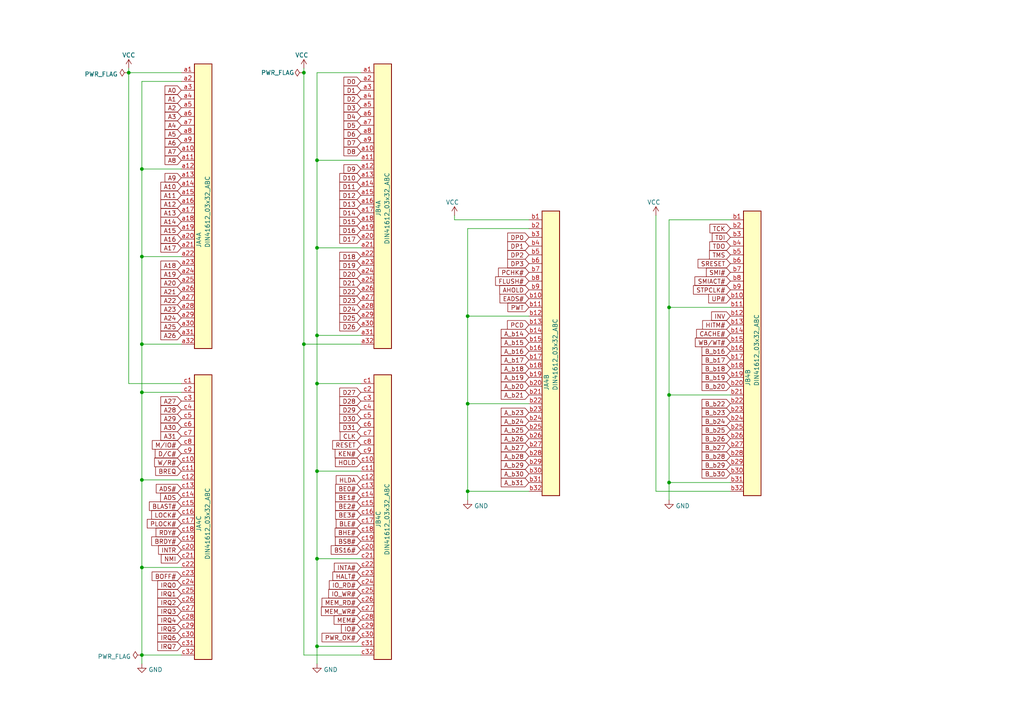
<source format=kicad_sch>
(kicad_sch (version 20211123) (generator eeschema)
  (paper "A4")
  (lib_symbols
    (symbol "Private Lib:DIN41612_03x32_ABC"
      (property "Reference" "U" (at 0 0 0))
      (property "Value" "DIN41612_03x32_ABC" (at 0 2.54 0))
      (symbol "DIN41612_03x32_ABC_0_1"
        (rectangle (start -2.54 -2.54) (end 2.54 -85.09) (stroke (width 0.254)) (fill (type background)))
      )
      (symbol "DIN41612_03x32_ABC_1_1"
        (pin passive line (at -6.35 -5.08 0) (length 3.81) (name "") (number "a1"))
        (pin passive line (at -6.35 -27.94 0) (length 3.81) (name "") (number "a10"))
        (pin passive line (at -6.35 -30.48 0) (length 3.81) (name "") (number "a11"))
        (pin passive line (at -6.35 -33.02 0) (length 3.81) (name "") (number "a12"))
        (pin passive line (at -6.35 -35.56 0) (length 3.81) (name "") (number "a13"))
        (pin passive line (at -6.35 -38.1 0) (length 3.81) (name "") (number "a14"))
        (pin passive line (at -6.35 -40.64 0) (length 3.81) (name "") (number "a15"))
        (pin passive line (at -6.35 -43.18 0) (length 3.81) (name "") (number "a16"))
        (pin passive line (at -6.35 -45.72 0) (length 3.81) (name "") (number "a17"))
        (pin passive line (at -6.35 -48.26 0) (length 3.81) (name "") (number "a18"))
        (pin passive line (at -6.35 -50.8 0) (length 3.81) (name "") (number "a19"))
        (pin passive line (at -6.35 -7.62 0) (length 3.81) (name "") (number "a2"))
        (pin passive line (at -6.35 -53.34 0) (length 3.81) (name "") (number "a20"))
        (pin passive line (at -6.35 -55.88 0) (length 3.81) (name "") (number "a21"))
        (pin passive line (at -6.35 -58.42 0) (length 3.81) (name "") (number "a22"))
        (pin passive line (at -6.35 -60.96 0) (length 3.81) (name "") (number "a23"))
        (pin passive line (at -6.35 -63.5 0) (length 3.81) (name "") (number "a24"))
        (pin passive line (at -6.35 -66.04 0) (length 3.81) (name "") (number "a25"))
        (pin passive line (at -6.35 -68.58 0) (length 3.81) (name "") (number "a26"))
        (pin passive line (at -6.35 -71.12 0) (length 3.81) (name "") (number "a27"))
        (pin passive line (at -6.35 -73.66 0) (length 3.81) (name "") (number "a28"))
        (pin passive line (at -6.35 -76.2 0) (length 3.81) (name "") (number "a29"))
        (pin passive line (at -6.35 -10.16 0) (length 3.81) (name "") (number "a3"))
        (pin passive line (at -6.35 -78.74 0) (length 3.81) (name "") (number "a30"))
        (pin passive line (at -6.35 -81.28 0) (length 3.81) (name "") (number "a31"))
        (pin passive line (at -6.35 -83.82 0) (length 3.81) (name "") (number "a32"))
        (pin passive line (at -6.35 -12.7 0) (length 3.81) (name "") (number "a4"))
        (pin passive line (at -6.35 -15.24 0) (length 3.81) (name "") (number "a5"))
        (pin passive line (at -6.35 -17.78 0) (length 3.81) (name "") (number "a6"))
        (pin passive line (at -6.35 -20.32 0) (length 3.81) (name "") (number "a7"))
        (pin passive line (at -6.35 -22.86 0) (length 3.81) (name "") (number "a8"))
        (pin passive line (at -6.35 -25.4 0) (length 3.81) (name "") (number "a9"))
      )
      (symbol "DIN41612_03x32_ABC_2_1"
        (pin passive line (at -6.35 -5.08 0) (length 3.81) (name "") (number "b1"))
        (pin passive line (at -6.35 -27.94 0) (length 3.81) (name "") (number "b10"))
        (pin passive line (at -6.35 -30.48 0) (length 3.81) (name "") (number "b11"))
        (pin passive line (at -6.35 -33.02 0) (length 3.81) (name "") (number "b12"))
        (pin passive line (at -6.35 -35.56 0) (length 3.81) (name "") (number "b13"))
        (pin passive line (at -6.35 -38.1 0) (length 3.81) (name "") (number "b14"))
        (pin passive line (at -6.35 -40.64 0) (length 3.81) (name "") (number "b15"))
        (pin passive line (at -6.35 -43.18 0) (length 3.81) (name "") (number "b16"))
        (pin passive line (at -6.35 -45.72 0) (length 3.81) (name "") (number "b17"))
        (pin passive line (at -6.35 -48.26 0) (length 3.81) (name "") (number "b18"))
        (pin passive line (at -6.35 -50.8 0) (length 3.81) (name "") (number "b19"))
        (pin passive line (at -6.35 -7.62 0) (length 3.81) (name "") (number "b2"))
        (pin passive line (at -6.35 -53.34 0) (length 3.81) (name "") (number "b20"))
        (pin passive line (at -6.35 -55.88 0) (length 3.81) (name "") (number "b21"))
        (pin passive line (at -6.35 -58.42 0) (length 3.81) (name "") (number "b22"))
        (pin passive line (at -6.35 -60.96 0) (length 3.81) (name "") (number "b23"))
        (pin passive line (at -6.35 -63.5 0) (length 3.81) (name "") (number "b24"))
        (pin passive line (at -6.35 -66.04 0) (length 3.81) (name "") (number "b25"))
        (pin passive line (at -6.35 -68.58 0) (length 3.81) (name "") (number "b26"))
        (pin passive line (at -6.35 -71.12 0) (length 3.81) (name "") (number "b27"))
        (pin passive line (at -6.35 -73.66 0) (length 3.81) (name "") (number "b28"))
        (pin passive line (at -6.35 -76.2 0) (length 3.81) (name "") (number "b29"))
        (pin passive line (at -6.35 -10.16 0) (length 3.81) (name "") (number "b3"))
        (pin passive line (at -6.35 -78.74 0) (length 3.81) (name "") (number "b30"))
        (pin passive line (at -6.35 -81.28 0) (length 3.81) (name "") (number "b31"))
        (pin passive line (at -6.35 -83.82 0) (length 3.81) (name "") (number "b32"))
        (pin passive line (at -6.35 -12.7 0) (length 3.81) (name "") (number "b4"))
        (pin passive line (at -6.35 -15.24 0) (length 3.81) (name "") (number "b5"))
        (pin passive line (at -6.35 -17.78 0) (length 3.81) (name "") (number "b6"))
        (pin passive line (at -6.35 -20.32 0) (length 3.81) (name "") (number "b7"))
        (pin passive line (at -6.35 -22.86 0) (length 3.81) (name "") (number "b8"))
        (pin passive line (at -6.35 -25.4 0) (length 3.81) (name "") (number "b9"))
      )
      (symbol "DIN41612_03x32_ABC_3_1"
        (pin passive line (at -6.35 -5.08 0) (length 3.81) (name "") (number "c1"))
        (pin passive line (at -6.35 -27.94 0) (length 3.81) (name "") (number "c10"))
        (pin passive line (at -6.35 -30.48 0) (length 3.81) (name "") (number "c11"))
        (pin passive line (at -6.35 -33.02 0) (length 3.81) (name "") (number "c12"))
        (pin passive line (at -6.35 -35.56 0) (length 3.81) (name "") (number "c13"))
        (pin passive line (at -6.35 -38.1 0) (length 3.81) (name "") (number "c14"))
        (pin passive line (at -6.35 -40.64 0) (length 3.81) (name "") (number "c15"))
        (pin passive line (at -6.35 -43.18 0) (length 3.81) (name "") (number "c16"))
        (pin passive line (at -6.35 -45.72 0) (length 3.81) (name "") (number "c17"))
        (pin passive line (at -6.35 -48.26 0) (length 3.81) (name "") (number "c18"))
        (pin passive line (at -6.35 -50.8 0) (length 3.81) (name "") (number "c19"))
        (pin passive line (at -6.35 -7.62 0) (length 3.81) (name "") (number "c2"))
        (pin passive line (at -6.35 -53.34 0) (length 3.81) (name "") (number "c20"))
        (pin passive line (at -6.35 -55.88 0) (length 3.81) (name "") (number "c21"))
        (pin passive line (at -6.35 -58.42 0) (length 3.81) (name "") (number "c22"))
        (pin passive line (at -6.35 -60.96 0) (length 3.81) (name "") (number "c23"))
        (pin passive line (at -6.35 -63.5 0) (length 3.81) (name "") (number "c24"))
        (pin passive line (at -6.35 -66.04 0) (length 3.81) (name "") (number "c25"))
        (pin passive line (at -6.35 -68.58 0) (length 3.81) (name "") (number "c26"))
        (pin passive line (at -6.35 -71.12 0) (length 3.81) (name "") (number "c27"))
        (pin passive line (at -6.35 -73.66 0) (length 3.81) (name "") (number "c28"))
        (pin passive line (at -6.35 -76.2 0) (length 3.81) (name "") (number "c29"))
        (pin passive line (at -6.35 -10.16 0) (length 3.81) (name "") (number "c3"))
        (pin passive line (at -6.35 -78.74 0) (length 3.81) (name "") (number "c30"))
        (pin passive line (at -6.35 -81.28 0) (length 3.81) (name "") (number "c31"))
        (pin passive line (at -6.35 -83.82 0) (length 3.81) (name "") (number "c32"))
        (pin passive line (at -6.35 -12.7 0) (length 3.81) (name "") (number "c4"))
        (pin passive line (at -6.35 -15.24 0) (length 3.81) (name "") (number "c5"))
        (pin passive line (at -6.35 -17.78 0) (length 3.81) (name "") (number "c6"))
        (pin passive line (at -6.35 -20.32 0) (length 3.81) (name "") (number "c7"))
        (pin passive line (at -6.35 -22.86 0) (length 3.81) (name "") (number "c8"))
        (pin passive line (at -6.35 -25.4 0) (length 3.81) (name "") (number "c9"))
      )
    )
    (symbol "power:GND" (power) (pin_names (offset 0))
      (property "Value" "GND" (at 0 -3.81 0))
      (symbol "GND_0_1"
        (polyline (pts (xy 0 0) (xy 0 -1.27) (xy 1.27 -1.27) (xy 0 -2.54) (xy -1.27 -1.27) (xy 0 -1.27)))
      )
      (symbol "GND_1_1"
        (pin power_in line (at 0 0 270) (length 0) hide (name "GND") (number "1"))
      )
    )
    (symbol "power:PWR_FLAG" (power) (pin_numbers hide) (pin_names (offset 0) hide)
      (property "Value" "PWR_FLAG" (at 0 3.81 0))
      (symbol "PWR_FLAG_0_0"
        (pin power_out line (at 0 0 90) (length 0) (name "pwr") (number "1"))
      )
      (symbol "PWR_FLAG_0_1"
        (polyline (pts (xy 0 0) (xy 0 1.27) (xy -1.016 1.905) (xy 0 2.54) (xy 1.016 1.905) (xy 0 1.27)))
      )
    )
    (symbol "power:VCC" (power) (pin_names (offset 0))
      (property "Value" "VCC" (at 0 3.81 0))
      (symbol "VCC_0_1"
        (polyline (pts (xy -0.762 1.27) (xy 0 2.54)))
        (polyline (pts (xy 0 0) (xy 0 2.54)))
        (polyline (pts (xy 0 2.54) (xy 0.762 1.27)))
      )
      (symbol "VCC_1_1"
        (pin power_in line (at 0 0 90) (length 0) hide (name "VCC") (number "1"))
      )
    )
  )
  (junction (at 41.148 113.792))
  (junction (at 135.636 142.494))
  (junction (at 194.056 114.554))
  (junction (at 91.948 162.052))
  (junction (at 194.056 139.954))
  (junction (at 41.148 99.822))
  (junction (at 88.138 99.822))
  (junction (at 41.148 74.422))
  (junction (at 88.138 21.082))
  (junction (at 91.948 46.482))
  (junction (at 135.636 117.094))
  (junction (at 135.636 91.694))
  (junction (at 41.148 139.192))
  (junction (at 41.148 189.992))
  (junction (at 37.338 21.082))
  (junction (at 91.948 111.252))
  (junction (at 194.056 89.154))
  (junction (at 41.148 49.022))
  (junction (at 91.948 97.282))
  (junction (at 91.948 187.452))
  (junction (at 41.148 164.592))
  (junction (at 91.948 71.882))
  (junction (at 91.948 136.652))
  (wire (pts (xy 37.338 21.082) (xy 37.338 111.252)))
  (wire (pts (xy 88.138 99.822) (xy 88.138 189.992)))
  (wire (pts (xy 41.148 23.622) (xy 41.148 49.022)))
  (wire (pts (xy 41.148 113.792) (xy 41.148 139.192)))
  (wire (pts (xy 153.416 66.294) (xy 135.636 66.294)))
  (wire (pts (xy 91.948 187.452) (xy 104.648 187.452)))
  (wire (pts (xy 211.836 114.554) (xy 194.056 114.554)))
  (wire (pts (xy 41.148 139.192) (xy 41.148 164.592)))
  (wire (pts (xy 131.826 62.484) (xy 131.826 63.754)))
  (wire (pts (xy 194.056 114.554) (xy 194.056 139.954)))
  (wire (pts (xy 41.148 192.532) (xy 41.148 189.992)))
  (wire (pts (xy 104.648 21.082) (xy 91.948 21.082)))
  (wire (pts (xy 41.148 113.792) (xy 52.578 113.792)))
  (wire (pts (xy 41.148 164.592) (xy 41.148 189.992)))
  (wire (pts (xy 41.148 189.992) (xy 52.578 189.992)))
  (wire (pts (xy 153.416 142.494) (xy 135.636 142.494)))
  (wire (pts (xy 88.138 189.992) (xy 104.648 189.992)))
  (wire (pts (xy 135.636 145.034) (xy 135.636 142.494)))
  (wire (pts (xy 211.836 63.754) (xy 194.056 63.754)))
  (wire (pts (xy 41.148 164.592) (xy 52.578 164.592)))
  (wire (pts (xy 135.636 91.694) (xy 153.416 91.694)))
  (wire (pts (xy 91.948 136.652) (xy 91.948 162.052)))
  (wire (pts (xy 41.148 139.192) (xy 52.578 139.192)))
  (wire (pts (xy 41.148 99.822) (xy 52.578 99.822)))
  (wire (pts (xy 190.246 62.484) (xy 190.246 142.494)))
  (wire (pts (xy 37.338 111.252) (xy 52.578 111.252)))
  (wire (pts (xy 91.948 97.282) (xy 91.948 111.252)))
  (wire (pts (xy 91.948 97.282) (xy 104.648 97.282)))
  (wire (pts (xy 194.056 63.754) (xy 194.056 89.154)))
  (wire (pts (xy 91.948 111.252) (xy 91.948 136.652)))
  (wire (pts (xy 194.056 139.954) (xy 194.056 145.034)))
  (wire (pts (xy 135.636 117.094) (xy 135.636 142.494)))
  (wire (pts (xy 91.948 46.482) (xy 104.648 46.482)))
  (wire (pts (xy 37.338 19.812) (xy 37.338 21.082)))
  (wire (pts (xy 91.948 111.252) (xy 104.648 111.252)))
  (wire (pts (xy 41.148 99.822) (xy 41.148 113.792)))
  (wire (pts (xy 52.578 23.622) (xy 41.148 23.622)))
  (wire (pts (xy 91.948 46.482) (xy 91.948 71.882)))
  (wire (pts (xy 91.948 71.882) (xy 104.648 71.882)))
  (wire (pts (xy 91.948 136.652) (xy 104.648 136.652)))
  (wire (pts (xy 91.948 162.052) (xy 104.648 162.052)))
  (wire (pts (xy 91.948 162.052) (xy 91.948 187.452)))
  (wire (pts (xy 41.148 74.422) (xy 52.578 74.422)))
  (wire (pts (xy 194.056 89.154) (xy 211.836 89.154)))
  (wire (pts (xy 194.056 89.154) (xy 194.056 114.554)))
  (wire (pts (xy 135.636 91.694) (xy 135.636 117.094)))
  (wire (pts (xy 91.948 71.882) (xy 91.948 97.282)))
  (wire (pts (xy 211.836 142.494) (xy 190.246 142.494)))
  (wire (pts (xy 41.148 74.422) (xy 41.148 99.822)))
  (wire (pts (xy 131.826 63.754) (xy 153.416 63.754)))
  (wire (pts (xy 88.138 19.812) (xy 88.138 21.082)))
  (wire (pts (xy 135.636 66.294) (xy 135.636 91.694)))
  (wire (pts (xy 91.948 187.452) (xy 91.948 192.532)))
  (wire (pts (xy 211.836 139.954) (xy 194.056 139.954)))
  (wire (pts (xy 153.416 117.094) (xy 135.636 117.094)))
  (wire (pts (xy 88.138 21.082) (xy 88.138 99.822)))
  (wire (pts (xy 37.338 21.082) (xy 52.578 21.082)))
  (wire (pts (xy 41.148 49.022) (xy 41.148 74.422)))
  (wire (pts (xy 91.948 21.082) (xy 91.948 46.482)))
  (wire (pts (xy 88.138 99.822) (xy 104.648 99.822)))
  (wire (pts (xy 41.148 49.022) (xy 52.578 49.022)))
  (global_label "A_b24" (shape input) (at 153.416 122.174 180) (property "Intersheet References" "${INTERSHEET_REFS}" (effects hide)))
  (global_label "A27" (shape input) (at 52.578 116.332 180) (property "Intersheet References" "${INTERSHEET_REFS}" (effects hide)))
  (global_label "B_b23" (shape input) (at 211.836 119.634 180) (property "Intersheet References" "${INTERSHEET_REFS}" (effects hide)))
  (global_label "BE1#" (shape input) (at 104.648 144.272 180) (property "Intersheet References" "${INTERSHEET_REFS}" (effects hide)))
  (global_label "DP2" (shape input) (at 153.416 73.914 180) (property "Intersheet References" "${INTERSHEET_REFS}" (effects hide)))
  (global_label "BREQ" (shape input) (at 52.578 136.652 180) (property "Intersheet References" "${INTERSHEET_REFS}" (effects hide)))
  (global_label "A_b18" (shape input) (at 153.416 106.934 180) (property "Intersheet References" "${INTERSHEET_REFS}" (effects hide)))
  (global_label "HITM#" (shape input) (at 211.836 94.234 180) (property "Intersheet References" "${INTERSHEET_REFS}" (effects hide)))
  (global_label "BRDY#" (shape input) (at 52.578 156.972 180) (property "Intersheet References" "${INTERSHEET_REFS}" (effects hide)))
  (global_label "D23" (shape input) (at 104.648 87.122 180) (property "Intersheet References" "${INTERSHEET_REFS}" (effects hide)))
  (global_label "IRQ4" (shape input) (at 52.578 179.832 180) (property "Intersheet References" "${INTERSHEET_REFS}" (effects hide)))
  (global_label "RESET" (shape input) (at 104.648 129.032 180) (property "Intersheet References" "${INTERSHEET_REFS}" (effects hide)))
  (global_label "A_b26" (shape input) (at 153.416 127.254 180) (property "Intersheet References" "${INTERSHEET_REFS}" (effects hide)))
  (global_label "A22" (shape input) (at 52.578 87.122 180) (property "Intersheet References" "${INTERSHEET_REFS}" (effects hide)))
  (global_label "IRQ1" (shape input) (at 52.578 172.212 180) (property "Intersheet References" "${INTERSHEET_REFS}" (effects hide)))
  (global_label "MEM_WR#" (shape input) (at 104.648 177.292 180) (property "Intersheet References" "${INTERSHEET_REFS}" (effects hide)))
  (global_label "BHE#" (shape input) (at 104.648 154.432 180) (property "Intersheet References" "${INTERSHEET_REFS}" (effects hide)))
  (global_label "D10" (shape input) (at 104.648 51.562 180) (property "Intersheet References" "${INTERSHEET_REFS}" (effects hide)))
  (global_label "D2" (shape input) (at 104.648 28.702 180) (property "Intersheet References" "${INTERSHEET_REFS}" (effects hide)))
  (global_label "D{slash}C#" (shape input) (at 52.578 131.572 180) (property "Intersheet References" "${INTERSHEET_REFS}" (effects hide)))
  (global_label "NMI" (shape input) (at 52.578 162.052 180) (property "Intersheet References" "${INTERSHEET_REFS}" (effects hide)))
  (global_label "MEM_RD#" (shape input) (at 104.648 174.752 180) (property "Intersheet References" "${INTERSHEET_REFS}" (effects hide)))
  (global_label "A12" (shape input) (at 52.578 59.182 180) (property "Intersheet References" "${INTERSHEET_REFS}" (effects hide)))
  (global_label "TMS" (shape input) (at 211.836 73.914 180) (property "Intersheet References" "${INTERSHEET_REFS}" (effects hide)))
  (global_label "D0" (shape input) (at 104.648 23.622 180) (property "Intersheet References" "${INTERSHEET_REFS}" (effects hide)))
  (global_label "D15" (shape input) (at 104.648 64.262 180) (property "Intersheet References" "${INTERSHEET_REFS}" (effects hide)))
  (global_label "PCHK#" (shape input) (at 153.416 78.994 180) (property "Intersheet References" "${INTERSHEET_REFS}" (effects hide)))
  (global_label "A_b17" (shape input) (at 153.416 104.394 180) (property "Intersheet References" "${INTERSHEET_REFS}" (effects hide)))
  (global_label "D18" (shape input) (at 104.648 74.422 180) (property "Intersheet References" "${INTERSHEET_REFS}" (effects hide)))
  (global_label "A24" (shape input) (at 52.578 92.202 180) (property "Intersheet References" "${INTERSHEET_REFS}" (effects hide)))
  (global_label "A10" (shape input) (at 52.578 54.102 180) (property "Intersheet References" "${INTERSHEET_REFS}" (effects hide)))
  (global_label "A_b20" (shape input) (at 153.416 112.014 180) (property "Intersheet References" "${INTERSHEET_REFS}" (effects hide)))
  (global_label "D7" (shape input) (at 104.648 41.402 180) (property "Intersheet References" "${INTERSHEET_REFS}" (effects hide)))
  (global_label "D6" (shape input) (at 104.648 38.862 180) (property "Intersheet References" "${INTERSHEET_REFS}" (effects hide)))
  (global_label "IRQ3" (shape input) (at 52.578 177.292 180) (property "Intersheet References" "${INTERSHEET_REFS}" (effects hide)))
  (global_label "UP#" (shape input) (at 211.836 86.614 180) (property "Intersheet References" "${INTERSHEET_REFS}" (effects hide)))
  (global_label "A28" (shape input) (at 52.578 118.872 180) (property "Intersheet References" "${INTERSHEET_REFS}" (effects hide)))
  (global_label "A29" (shape input) (at 52.578 121.412 180) (property "Intersheet References" "${INTERSHEET_REFS}" (effects hide)))
  (global_label "MEM#" (shape input) (at 104.648 179.832 180) (property "Intersheet References" "${INTERSHEET_REFS}" (effects hide)))
  (global_label "A7" (shape input) (at 52.578 43.942 180) (property "Intersheet References" "${INTERSHEET_REFS}" (effects hide)))
  (global_label "D20" (shape input) (at 104.648 79.502 180) (property "Intersheet References" "${INTERSHEET_REFS}" (effects hide)))
  (global_label "A2" (shape input) (at 52.578 31.242 180) (property "Intersheet References" "${INTERSHEET_REFS}" (effects hide)))
  (global_label "A13" (shape input) (at 52.578 61.722 180) (property "Intersheet References" "${INTERSHEET_REFS}" (effects hide)))
  (global_label "D21" (shape input) (at 104.648 82.042 180) (property "Intersheet References" "${INTERSHEET_REFS}" (effects hide)))
  (global_label "CACHE#" (shape input) (at 211.836 96.774 180) (property "Intersheet References" "${INTERSHEET_REFS}" (effects hide)))
  (global_label "A1" (shape input) (at 52.578 28.702 180) (property "Intersheet References" "${INTERSHEET_REFS}" (effects hide)))
  (global_label "DP0" (shape input) (at 153.416 68.834 180) (property "Intersheet References" "${INTERSHEET_REFS}" (effects hide)))
  (global_label "BE0#" (shape input) (at 104.648 141.732 180) (property "Intersheet References" "${INTERSHEET_REFS}" (effects hide)))
  (global_label "B_b18" (shape input) (at 211.836 106.934 180) (property "Intersheet References" "${INTERSHEET_REFS}" (effects hide)))
  (global_label "A19" (shape input) (at 52.578 79.502 180) (property "Intersheet References" "${INTERSHEET_REFS}" (effects hide)))
  (global_label "A11" (shape input) (at 52.578 56.642 180) (property "Intersheet References" "${INTERSHEET_REFS}" (effects hide)))
  (global_label "A26" (shape input) (at 52.578 97.282 180) (property "Intersheet References" "${INTERSHEET_REFS}" (effects hide)))
  (global_label "A9" (shape input) (at 52.578 51.562 180) (property "Intersheet References" "${INTERSHEET_REFS}" (effects hide)))
  (global_label "A_b14" (shape input) (at 153.416 96.774 180) (property "Intersheet References" "${INTERSHEET_REFS}" (effects hide)))
  (global_label "A15" (shape input) (at 52.578 66.802 180) (property "Intersheet References" "${INTERSHEET_REFS}" (effects hide)))
  (global_label "BS8#" (shape input) (at 104.648 156.972 180) (property "Intersheet References" "${INTERSHEET_REFS}" (effects hide)))
  (global_label "BE2#" (shape input) (at 104.648 146.812 180) (property "Intersheet References" "${INTERSHEET_REFS}" (effects hide)))
  (global_label "B_b20" (shape input) (at 211.836 112.014 180) (property "Intersheet References" "${INTERSHEET_REFS}" (effects hide)))
  (global_label "D24" (shape input) (at 104.648 89.662 180) (property "Intersheet References" "${INTERSHEET_REFS}" (effects hide)))
  (global_label "HOLD" (shape input) (at 104.648 134.112 180) (property "Intersheet References" "${INTERSHEET_REFS}" (effects hide)))
  (global_label "IRQ7" (shape input) (at 52.578 187.452 180) (property "Intersheet References" "${INTERSHEET_REFS}" (effects hide)))
  (global_label "A5" (shape input) (at 52.578 38.862 180) (property "Intersheet References" "${INTERSHEET_REFS}" (effects hide)))
  (global_label "INV" (shape input) (at 211.836 91.694 180) (property "Intersheet References" "${INTERSHEET_REFS}" (effects hide)))
  (global_label "B_b19" (shape input) (at 211.836 109.474 180) (property "Intersheet References" "${INTERSHEET_REFS}" (effects hide)))
  (global_label "D1" (shape input) (at 104.648 26.162 180) (property "Intersheet References" "${INTERSHEET_REFS}" (effects hide)))
  (global_label "A20" (shape input) (at 52.578 82.042 180) (property "Intersheet References" "${INTERSHEET_REFS}" (effects hide)))
  (global_label "HLDA" (shape input) (at 104.648 139.192 180) (property "Intersheet References" "${INTERSHEET_REFS}" (effects hide)))
  (global_label "RDY#" (shape input) (at 52.578 154.432 180) (property "Intersheet References" "${INTERSHEET_REFS}" (effects hide)))
  (global_label "D31" (shape input) (at 104.648 123.952 180) (property "Intersheet References" "${INTERSHEET_REFS}" (effects hide)))
  (global_label "SRESET" (shape input) (at 211.836 76.454 180) (property "Intersheet References" "${INTERSHEET_REFS}" (effects hide)))
  (global_label "B_b30" (shape input) (at 211.836 137.414 180) (property "Intersheet References" "${INTERSHEET_REFS}" (effects hide)))
  (global_label "A25" (shape input) (at 52.578 94.742 180) (property "Intersheet References" "${INTERSHEET_REFS}" (effects hide)))
  (global_label "PWR_OK#" (shape input) (at 104.648 184.912 180) (property "Intersheet References" "${INTERSHEET_REFS}" (effects hide)))
  (global_label "B_b27" (shape input) (at 211.836 129.794 180) (property "Intersheet References" "${INTERSHEET_REFS}" (effects hide)))
  (global_label "FLUSH#" (shape input) (at 153.416 81.534 180) (property "Intersheet References" "${INTERSHEET_REFS}" (effects hide)))
  (global_label "TCK" (shape input) (at 211.836 66.294 180) (property "Intersheet References" "${INTERSHEET_REFS}" (effects hide)))
  (global_label "A14" (shape input) (at 52.578 64.262 180) (property "Intersheet References" "${INTERSHEET_REFS}" (effects hide)))
  (global_label "A_b19" (shape input) (at 153.416 109.474 180) (property "Intersheet References" "${INTERSHEET_REFS}" (effects hide)))
  (global_label "D30" (shape input) (at 104.648 121.412 180) (property "Intersheet References" "${INTERSHEET_REFS}" (effects hide)))
  (global_label "B_b22" (shape input) (at 211.836 117.094 180) (property "Intersheet References" "${INTERSHEET_REFS}" (effects hide)))
  (global_label "D16" (shape input) (at 104.648 66.802 180) (property "Intersheet References" "${INTERSHEET_REFS}" (effects hide)))
  (global_label "D22" (shape input) (at 104.648 84.582 180) (property "Intersheet References" "${INTERSHEET_REFS}" (effects hide)))
  (global_label "IRQ0" (shape input) (at 52.578 169.672 180) (property "Intersheet References" "${INTERSHEET_REFS}" (effects hide)))
  (global_label "BLAST#" (shape input) (at 52.578 146.812 180) (property "Intersheet References" "${INTERSHEET_REFS}" (effects hide)))
  (global_label "BLE#" (shape input) (at 104.648 151.892 180) (property "Intersheet References" "${INTERSHEET_REFS}" (effects hide)))
  (global_label "AHOLD" (shape input) (at 153.416 84.074 180) (property "Intersheet References" "${INTERSHEET_REFS}" (effects hide)))
  (global_label "BE3#" (shape input) (at 104.648 149.352 180) (property "Intersheet References" "${INTERSHEET_REFS}" (effects hide)))
  (global_label "D27" (shape input) (at 104.648 113.792 180) (property "Intersheet References" "${INTERSHEET_REFS}" (effects hide)))
  (global_label "A_b15" (shape input) (at 153.416 99.314 180) (property "Intersheet References" "${INTERSHEET_REFS}" (effects hide)))
  (global_label "B_b24" (shape input) (at 211.836 122.174 180) (property "Intersheet References" "${INTERSHEET_REFS}" (effects hide)))
  (global_label "B_b16" (shape input) (at 211.836 101.854 180) (property "Intersheet References" "${INTERSHEET_REFS}" (effects hide)))
  (global_label "INTA#" (shape input) (at 104.648 164.592 180) (property "Intersheet References" "${INTERSHEET_REFS}" (effects hide)))
  (global_label "B_b25" (shape input) (at 211.836 124.714 180) (property "Intersheet References" "${INTERSHEET_REFS}" (effects hide)))
  (global_label "B_b26" (shape input) (at 211.836 127.254 180) (property "Intersheet References" "${INTERSHEET_REFS}" (effects hide)))
  (global_label "A21" (shape input) (at 52.578 84.582 180) (property "Intersheet References" "${INTERSHEET_REFS}" (effects hide)))
  (global_label "STPCLK#" (shape input) (at 211.836 84.074 180) (property "Intersheet References" "${INTERSHEET_REFS}" (effects hide)))
  (global_label "A_b27" (shape input) (at 153.416 129.794 180) (property "Intersheet References" "${INTERSHEET_REFS}" (effects hide)))
  (global_label "M{slash}IO#" (shape input) (at 52.578 129.032 180) (property "Intersheet References" "${INTERSHEET_REFS}" (effects hide)))
  (global_label "W{slash}R#" (shape input) (at 52.578 134.112 180) (property "Intersheet References" "${INTERSHEET_REFS}" (effects hide)))
  (global_label "A18" (shape input) (at 52.578 76.962 180) (property "Intersheet References" "${INTERSHEET_REFS}" (effects hide)))
  (global_label "SMI#" (shape input) (at 211.836 78.994 180) (property "Intersheet References" "${INTERSHEET_REFS}" (effects hide)))
  (global_label "BS16#" (shape input) (at 104.648 159.512 180) (property "Intersheet References" "${INTERSHEET_REFS}" (effects hide)))
  (global_label "B_b28" (shape input) (at 211.836 132.334 180) (property "Intersheet References" "${INTERSHEET_REFS}" (effects hide)))
  (global_label "D28" (shape input) (at 104.648 116.332 180) (property "Intersheet References" "${INTERSHEET_REFS}" (effects hide)))
  (global_label "KEN#" (shape input) (at 104.648 131.572 180) (property "Intersheet References" "${INTERSHEET_REFS}" (effects hide)))
  (global_label "A31" (shape input) (at 52.578 126.492 180) (property "Intersheet References" "${INTERSHEET_REFS}" (effects hide)))
  (global_label "A_b21" (shape input) (at 153.416 114.554 180) (property "Intersheet References" "${INTERSHEET_REFS}" (effects hide)))
  (global_label "IO_RD#" (shape input) (at 104.648 169.672 180) (property "Intersheet References" "${INTERSHEET_REFS}" (effects hide)))
  (global_label "CLK" (shape input) (at 104.648 126.492 180) (property "Intersheet References" "${INTERSHEET_REFS}" (effects hide)))
  (global_label "INTR" (shape input) (at 52.578 159.512 180) (property "Intersheet References" "${INTERSHEET_REFS}" (effects hide)))
  (global_label "A4" (shape input) (at 52.578 36.322 180) (property "Intersheet References" "${INTERSHEET_REFS}" (effects hide)))
  (global_label "PLOCK#" (shape input) (at 52.578 151.892 180) (property "Intersheet References" "${INTERSHEET_REFS}" (effects hide)))
  (global_label "B_b17" (shape input) (at 211.836 104.394 180) (property "Intersheet References" "${INTERSHEET_REFS}" (effects hide)))
  (global_label "DP1" (shape input) (at 153.416 71.374 180) (property "Intersheet References" "${INTERSHEET_REFS}" (effects hide)))
  (global_label "A8" (shape input) (at 52.578 46.482 180) (property "Intersheet References" "${INTERSHEET_REFS}" (effects hide)))
  (global_label "PCD" (shape input) (at 153.416 94.234 180) (property "Intersheet References" "${INTERSHEET_REFS}" (effects hide)))
  (global_label "A_b31" (shape input) (at 153.416 139.954 180) (property "Intersheet References" "${INTERSHEET_REFS}" (effects hide)))
  (global_label "D29" (shape input) (at 104.648 118.872 180) (property "Intersheet References" "${INTERSHEET_REFS}" (effects hide)))
  (global_label "A23" (shape input) (at 52.578 89.662 180) (property "Intersheet References" "${INTERSHEET_REFS}" (effects hide)))
  (global_label "LOCK#" (shape input) (at 52.578 149.352 180) (property "Intersheet References" "${INTERSHEET_REFS}" (effects hide)))
  (global_label "D11" (shape input) (at 104.648 54.102 180) (property "Intersheet References" "${INTERSHEET_REFS}" (effects hide)))
  (global_label "PWT" (shape input) (at 153.416 89.154 180) (property "Intersheet References" "${INTERSHEET_REFS}" (effects hide)))
  (global_label "A16" (shape input) (at 52.578 69.342 180) (property "Intersheet References" "${INTERSHEET_REFS}" (effects hide)))
  (global_label "D25" (shape input) (at 104.648 92.202 180) (property "Intersheet References" "${INTERSHEET_REFS}" (effects hide)))
  (global_label "IO#" (shape input) (at 104.648 182.372 180) (property "Intersheet References" "${INTERSHEET_REFS}" (effects hide)))
  (global_label "D17" (shape input) (at 104.648 69.342 180) (property "Intersheet References" "${INTERSHEET_REFS}" (effects hide)))
  (global_label "ADS#" (shape input) (at 52.578 141.732 180) (property "Intersheet References" "${INTERSHEET_REFS}" (effects hide)))
  (global_label "IO_WR#" (shape input) (at 104.648 172.212 180) (property "Intersheet References" "${INTERSHEET_REFS}" (effects hide)))
  (global_label "IRQ6" (shape input) (at 52.578 184.912 180) (property "Intersheet References" "${INTERSHEET_REFS}" (effects hide)))
  (global_label "A_b30" (shape input) (at 153.416 137.414 180) (property "Intersheet References" "${INTERSHEET_REFS}" (effects hide)))
  (global_label "D13" (shape input) (at 104.648 59.182 180) (property "Intersheet References" "${INTERSHEET_REFS}" (effects hide)))
  (global_label "D26" (shape input) (at 104.648 94.742 180) (property "Intersheet References" "${INTERSHEET_REFS}" (effects hide)))
  (global_label "BOFF#" (shape input) (at 52.578 167.132 180) (property "Intersheet References" "${INTERSHEET_REFS}" (effects hide)))
  (global_label "A0" (shape input) (at 52.578 26.162 180) (property "Intersheet References" "${INTERSHEET_REFS}" (effects hide)))
  (global_label "A_b16" (shape input) (at 153.416 101.854 180) (property "Intersheet References" "${INTERSHEET_REFS}" (effects hide)))
  (global_label "EADS#" (shape input) (at 153.416 86.614 180) (property "Intersheet References" "${INTERSHEET_REFS}" (effects hide)))
  (global_label "WB{slash}WT#" (shape input) (at 211.836 99.314 180) (property "Intersheet References" "${INTERSHEET_REFS}" (effects hide)))
  (global_label "HALT#" (shape input) (at 104.648 167.132 180) (property "Intersheet References" "${INTERSHEET_REFS}" (effects hide)))
  (global_label "A30" (shape input) (at 52.578 123.952 180) (property "Intersheet References" "${INTERSHEET_REFS}" (effects hide)))
  (global_label "TDO" (shape input) (at 211.836 71.374 180) (property "Intersheet References" "${INTERSHEET_REFS}" (effects hide)))
  (global_label "A_b23" (shape input) (at 153.416 119.634 180) (property "Intersheet References" "${INTERSHEET_REFS}" (effects hide)))
  (global_label "A_b28" (shape input) (at 153.416 132.334 180) (property "Intersheet References" "${INTERSHEET_REFS}" (effects hide)))
  (global_label "SMIACT#" (shape input) (at 211.836 81.534 180) (property "Intersheet References" "${INTERSHEET_REFS}" (effects hide)))
  (global_label "A3" (shape input) (at 52.578 33.782 180) (property "Intersheet References" "${INTERSHEET_REFS}" (effects hide)))
  (global_label "D12" (shape input) (at 104.648 56.642 180) (property "Intersheet References" "${INTERSHEET_REFS}" (effects hide)))
  (global_label "A_b29" (shape input) (at 153.416 134.874 180) (property "Intersheet References" "${INTERSHEET_REFS}" (effects hide)))
  (global_label "D19" (shape input) (at 104.648 76.962 180) (property "Intersheet References" "${INTERSHEET_REFS}" (effects hide)))
  (global_label "A17" (shape input) (at 52.578 71.882 180) (property "Intersheet References" "${INTERSHEET_REFS}" (effects hide)))
  (global_label "A6" (shape input) (at 52.578 41.402 180) (property "Intersheet References" "${INTERSHEET_REFS}" (effects hide)))
  (global_label "DP3" (shape input) (at 153.416 76.454 180) (property "Intersheet References" "${INTERSHEET_REFS}" (effects hide)))
  (global_label "D14" (shape input) (at 104.648 61.722 180) (property "Intersheet References" "${INTERSHEET_REFS}" (effects hide)))
  (global_label "ADS" (shape input) (at 52.578 144.272 180) (property "Intersheet References" "${INTERSHEET_REFS}" (effects hide)))
  (global_label "IRQ2" (shape input) (at 52.578 174.752 180) (property "Intersheet References" "${INTERSHEET_REFS}" (effects hide)))
  (global_label "D4" (shape input) (at 104.648 33.782 180) (property "Intersheet References" "${INTERSHEET_REFS}" (effects hide)))
  (global_label "IRQ5" (shape input) (at 52.578 182.372 180) (property "Intersheet References" "${INTERSHEET_REFS}" (effects hide)))
  (global_label "D5" (shape input) (at 104.648 36.322 180) (property "Intersheet References" "${INTERSHEET_REFS}" (effects hide)))
  (global_label "B_b29" (shape input) (at 211.836 134.874 180) (property "Intersheet References" "${INTERSHEET_REFS}" (effects hide)))
  (global_label "A_b25" (shape input) (at 153.416 124.714 180) (property "Intersheet References" "${INTERSHEET_REFS}" (effects hide)))
  (global_label "TDI" (shape input) (at 211.836 68.834 180) (property "Intersheet References" "${INTERSHEET_REFS}" (effects hide)))
  (global_label "D8" (shape input) (at 104.648 43.942 180) (property "Intersheet References" "${INTERSHEET_REFS}" (effects hide)))
  (global_label "D9" (shape input) (at 104.648 49.022 180) (property "Intersheet References" "${INTERSHEET_REFS}" (effects hide)))
  (global_label "D3" (shape input) (at 104.648 31.242 180) (property "Intersheet References" "${INTERSHEET_REFS}" (effects hide)))
  (symbol (lib_id "power:VCC") (at 131.826 62.484 0) (mirror y) (unit 1)
    (property "Reference" "#PWR0125" (effects hide))
    (property "Value" "VCC" (at 129.286 58.674 0) (effects (justify right)))
  )
  (symbol (lib_id "power:PWR_FLAG") (at 88.138 21.082 90) (unit 1)
    (property "Reference" "#FLG0110" (effects hide))
    (property "Value" "PWR_FLAG" (at 80.518 21.082 90))
  )
  (symbol (lib_id "Private Lib:DIN41612_03x32_ABC") (at 110.998 106.172 0) (unit 3)
    (property "Reference" "JB4" (at 109.728 150.622 90))
    (property "Value" "DIN41612_03x32_ABC" (at 112.2649 150.622 90))
    (property "Footprint" "Connector_DIN:DIN41612_C_3x32_Female_Vertical_THT" (effects hide))
  )
  (symbol (lib_id "power:VCC") (at 190.246 62.484 0) (mirror y) (unit 1)
    (property "Reference" "#PWR0127" (effects hide))
    (property "Value" "VCC" (at 187.706 58.674 0) (effects (justify right)))
  )
  (symbol (lib_id "power:GND") (at 91.948 192.532 0) (mirror y) (unit 1)
    (property "Reference" "#PWR0130" (effects hide))
    (property "Value" "GND" (at 93.853 194.2358 0) (effects (justify right)))
  )
  (symbol (lib_id "power:PWR_FLAG") (at 37.338 21.082 90) (unit 1)
    (property "Reference" "#FLG0111" (effects hide))
    (property "Value" "PWR_FLAG" (at 34.1631 21.5158 90) (effects (justify left)))
  )
  (symbol (lib_id "power:GND") (at 194.056 145.034 0) (mirror y) (unit 1)
    (property "Reference" "#PWR0128" (effects hide))
    (property "Value" "GND" (at 195.961 146.7378 0) (effects (justify right)))
  )
  (symbol (lib_id "Private Lib:DIN41612_03x32_ABC") (at 110.998 16.002 0) (unit 1)
    (property "Reference" "JB4" (at 109.728 60.452 90))
    (property "Value" "DIN41612_03x32_ABC" (at 112.2649 60.452 90))
    (property "Footprint" "Connector_DIN:DIN41612_C_3x32_Female_Vertical_THT" (effects hide))
  )
  (symbol (lib_id "power:VCC") (at 37.338 19.812 0) (mirror y) (unit 1)
    (property "Reference" "#PWR0132" (effects hide))
    (property "Value" "VCC" (at 37.338 16.002 0))
  )
  (symbol (lib_id "Private Lib:DIN41612_03x32_ABC") (at 58.928 106.172 0) (unit 3)
    (property "Reference" "JA4" (at 57.6611 151.892 90))
    (property "Value" "DIN41612_03x32_ABC" (at 60.198 151.892 90))
    (property "Footprint" "Connector_DIN:DIN41612_C_3x32_Female_Vertical_THT" (effects hide))
  )
  (symbol (lib_id "power:VCC") (at 88.138 19.812 0) (mirror y) (unit 1)
    (property "Reference" "#PWR0131" (effects hide))
    (property "Value" "VCC" (at 85.598 16.002 0) (effects (justify right)))
  )
  (symbol (lib_id "power:GND") (at 41.148 192.532 0) (mirror y) (unit 1)
    (property "Reference" "#PWR0129" (effects hide))
    (property "Value" "GND" (at 43.053 194.2358 0) (effects (justify right)))
  )
  (symbol (lib_id "power:GND") (at 135.636 145.034 0) (mirror y) (unit 1)
    (property "Reference" "#PWR0126" (effects hide))
    (property "Value" "GND" (at 137.541 146.7378 0) (effects (justify right)))
  )
  (symbol (lib_id "Private Lib:DIN41612_03x32_ABC") (at 58.928 16.002 0) (unit 1)
    (property "Reference" "JA4" (at 57.6611 71.882 90) (effects (justify left)))
    (property "Value" "DIN41612_03x32_ABC" (at 60.198 71.882 90) (effects (justify left)))
    (property "Footprint" "Connector_DIN:DIN41612_C_3x32_Female_Vertical_THT" (effects hide))
  )
  (symbol (lib_id "Private Lib:DIN41612_03x32_ABC") (at 218.186 58.674 0) (unit 2)
    (property "Reference" "JB4" (at 216.916 112.014 90) (effects (justify left)))
    (property "Value" "DIN41612_03x32_ABC" (at 219.4529 112.014 90) (effects (justify left)))
    (property "Footprint" "Connector_DIN:DIN41612_C_3x32_Female_Vertical_THT" (effects hide))
  )
  (symbol (lib_id "power:PWR_FLAG") (at 41.148 189.992 90) (unit 1)
    (property "Reference" "#FLG0112" (effects hide))
    (property "Value" "PWR_FLAG" (at 37.9731 190.4258 90) (effects (justify left)))
  )
  (symbol (lib_id "Private Lib:DIN41612_03x32_ABC") (at 159.766 58.674 0) (unit 2)
    (property "Reference" "JA4" (at 158.4991 113.284 90) (effects (justify left)))
    (property "Value" "DIN41612_03x32_ABC" (at 161.036 113.284 90) (effects (justify left)))
    (property "Footprint" "Connector_DIN:DIN41612_C_3x32_Female_Vertical_THT" (effects hide))
  )
)
</source>
